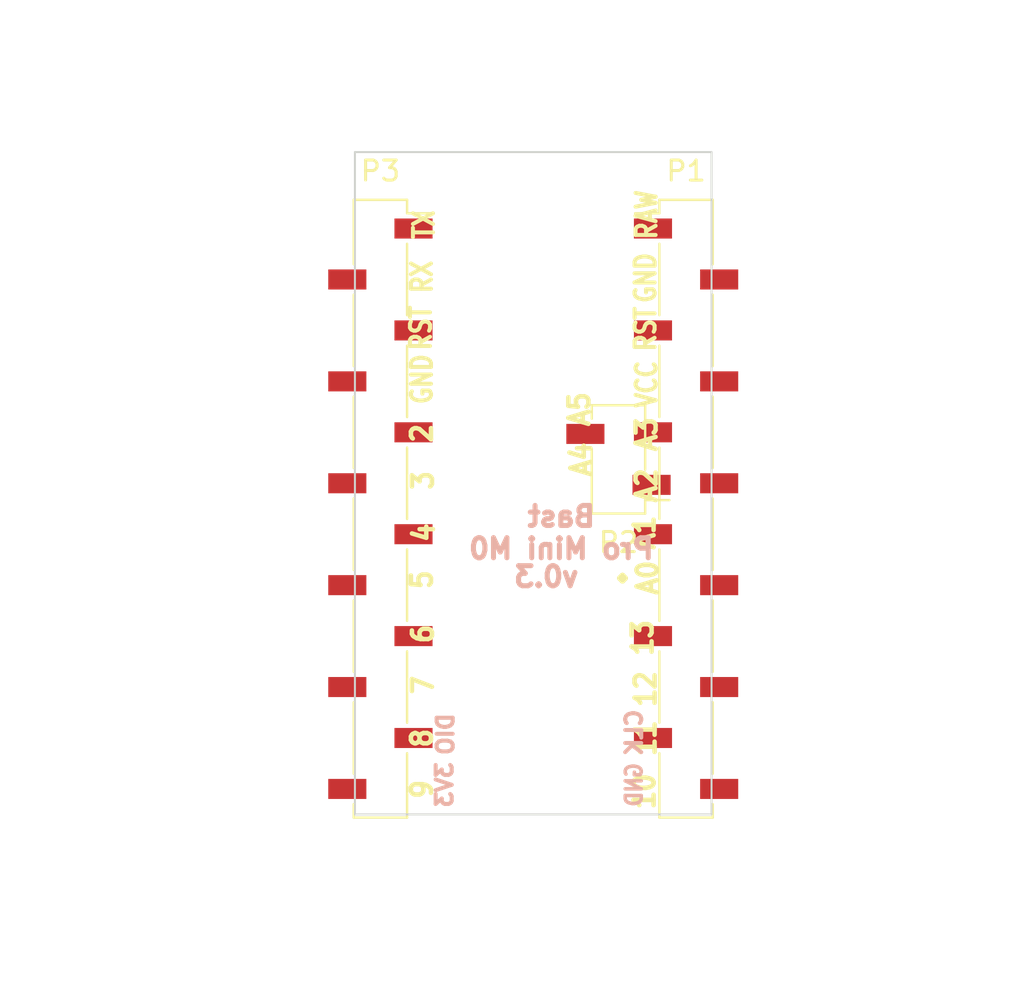
<source format=kicad_pcb>
(kicad_pcb (version 20171130) (host pcbnew 5.1.2-f72e74a~84~ubuntu18.04.1)

  (general
    (thickness 1.6)
    (drawings 48)
    (tracks 0)
    (zones 0)
    (modules 3)
    (nets 25)
  )

  (page A4)
  (title_block
    (title "Bast Pro Mini M0 ")
    (date 2019-03-27)
    (rev 0.3)
    (company "Electronic Cats")
    (comment 1 "Eduardo Contreras")
    (comment 2 "Andres Sabas")
    (comment 3 "Edgar Capuchino")
  )

  (layers
    (0 F.Cu signal)
    (31 B.Cu signal)
    (32 B.Adhes user)
    (33 F.Adhes user)
    (34 B.Paste user)
    (35 F.Paste user)
    (36 B.SilkS user)
    (37 F.SilkS user)
    (38 B.Mask user)
    (39 F.Mask user)
    (40 Dwgs.User user)
    (41 Cmts.User user)
    (42 Eco1.User user)
    (43 Eco2.User user)
    (44 Edge.Cuts user)
    (45 Margin user)
    (46 B.CrtYd user)
    (47 F.CrtYd user)
    (48 B.Fab user)
    (49 F.Fab user)
  )

  (setup
    (last_trace_width 0.3)
    (trace_clearance 0.25)
    (zone_clearance 0.508)
    (zone_45_only no)
    (trace_min 0.3)
    (via_size 0.8)
    (via_drill 0.5)
    (via_min_size 0.4)
    (via_min_drill 0.3)
    (uvia_size 0.3)
    (uvia_drill 0.1)
    (uvias_allowed no)
    (uvia_min_size 0.2)
    (uvia_min_drill 0.1)
    (edge_width 0.1)
    (segment_width 0.15)
    (pcb_text_width 0.3)
    (pcb_text_size 1.5 1.5)
    (mod_edge_width 0.15)
    (mod_text_size 1 1)
    (mod_text_width 0.15)
    (pad_size 1.5 1.5)
    (pad_drill 0.6)
    (pad_to_mask_clearance 0)
    (solder_mask_min_width 0.25)
    (aux_axis_origin 137.16 114.3)
    (visible_elements 7FFFFFFF)
    (pcbplotparams
      (layerselection 0x010ff_ffffffff)
      (usegerberextensions true)
      (usegerberattributes false)
      (usegerberadvancedattributes false)
      (creategerberjobfile false)
      (excludeedgelayer true)
      (linewidth 0.100000)
      (plotframeref false)
      (viasonmask false)
      (mode 1)
      (useauxorigin false)
      (hpglpennumber 1)
      (hpglpenspeed 20)
      (hpglpendiameter 15.000000)
      (psnegative false)
      (psa4output false)
      (plotreference true)
      (plotvalue true)
      (plotinvisibletext false)
      (padsonsilk false)
      (subtractmaskfromsilk false)
      (outputformat 1)
      (mirror false)
      (drillshape 0)
      (scaleselection 1)
      (outputdirectory "gerbers/"))
  )

  (net 0 "")
  (net 1 "/1(Tx)")
  (net 2 "/0(Rx)")
  (net 3 GND)
  (net 4 /2)
  (net 5 "/3(**)")
  (net 6 /4)
  (net 7 "/5(**)")
  (net 8 "/6(**)")
  (net 9 /7)
  (net 10 /8)
  (net 11 "/9(**)")
  (net 12 VCC)
  (net 13 /A3)
  (net 14 /A2)
  (net 15 /A1)
  (net 16 /A0)
  (net 17 "/13(SCK)")
  (net 18 "/12(MISO)")
  (net 19 "/11(**/MOSI)")
  (net 20 "/10(**/SS)")
  (net 21 +3V3)
  (net 22 /SDA)
  (net 23 /SCL)
  (net 24 /RESET)

  (net_class Default "This is the default net class."
    (clearance 0.25)
    (trace_width 0.3)
    (via_dia 0.8)
    (via_drill 0.5)
    (uvia_dia 0.3)
    (uvia_drill 0.1)
    (add_net +3V3)
    (add_net "/0(Rx)")
    (add_net "/1(Tx)")
    (add_net "/10(**/SS)")
    (add_net "/11(**/MOSI)")
    (add_net "/12(MISO)")
    (add_net "/13(SCK)")
    (add_net /2)
    (add_net "/3(**)")
    (add_net /4)
    (add_net "/5(**)")
    (add_net "/6(**)")
    (add_net /7)
    (add_net /8)
    (add_net "/9(**)")
    (add_net /A0)
    (add_net /A1)
    (add_net /A2)
    (add_net /A3)
    (add_net /RESET)
    (add_net /SCL)
    (add_net /SDA)
    (add_net GND)
    (add_net VCC)
  )

  (module Connector_PinSocket_2.54mm:PinSocket_1x12_P2.54mm_Vertical_SMD_Pin1Left (layer F.Cu) (tedit 5A19A424) (tstamp 5D0588A0)
    (at 153.67 99.06)
    (descr "surface-mounted straight socket strip, 1x12, 2.54mm pitch, single row, style 1 (pin 1 left) (https://cdn.harwin.com/pdfs/M20-786.pdf), script generated")
    (tags "Surface mounted socket strip SMD 1x12 2.54mm single row style1 pin1 left")
    (path /56D754D1)
    (attr smd)
    (fp_text reference P1 (at 0 -16.84) (layer F.SilkS)
      (effects (font (size 1 1) (thickness 0.15)))
    )
    (fp_text value Digital (at 0 16.84) (layer F.Fab)
      (effects (font (size 1 1) (thickness 0.15)))
    )
    (fp_line (start -1.33 -15.4) (end 1.33 -15.4) (layer F.SilkS) (width 0.12))
    (fp_line (start 1.33 -15.4) (end 1.33 -12.19) (layer F.SilkS) (width 0.12))
    (fp_line (start 1.33 -10.67) (end 1.33 -7.11) (layer F.SilkS) (width 0.12))
    (fp_line (start 1.33 -5.59) (end 1.33 -2.03) (layer F.SilkS) (width 0.12))
    (fp_line (start 1.33 -0.51) (end 1.33 3.05) (layer F.SilkS) (width 0.12))
    (fp_line (start 1.33 4.57) (end 1.33 8.13) (layer F.SilkS) (width 0.12))
    (fp_line (start 1.33 9.65) (end 1.33 13.21) (layer F.SilkS) (width 0.12))
    (fp_line (start 1.33 14.73) (end 1.33 15.4) (layer F.SilkS) (width 0.12))
    (fp_line (start -1.33 15.4) (end 1.33 15.4) (layer F.SilkS) (width 0.12))
    (fp_line (start -1.33 -15.4) (end -1.33 -14.73) (layer F.SilkS) (width 0.12))
    (fp_line (start -1.33 -13.21) (end -1.33 -9.65) (layer F.SilkS) (width 0.12))
    (fp_line (start -1.33 -8.13) (end -1.33 -4.57) (layer F.SilkS) (width 0.12))
    (fp_line (start -1.33 -3.05) (end -1.33 0.51) (layer F.SilkS) (width 0.12))
    (fp_line (start -1.33 2.03) (end -1.33 5.59) (layer F.SilkS) (width 0.12))
    (fp_line (start -1.33 7.11) (end -1.33 10.67) (layer F.SilkS) (width 0.12))
    (fp_line (start -1.33 12.19) (end -1.33 15.4) (layer F.SilkS) (width 0.12))
    (fp_line (start -2.54 -14.73) (end -1.33 -14.73) (layer F.SilkS) (width 0.12))
    (fp_line (start -0.635 -15.34) (end 1.27 -15.34) (layer F.Fab) (width 0.1))
    (fp_line (start 1.27 -15.34) (end 1.27 15.34) (layer F.Fab) (width 0.1))
    (fp_line (start 1.27 15.34) (end -1.27 15.34) (layer F.Fab) (width 0.1))
    (fp_line (start -1.27 15.34) (end -1.27 -14.705) (layer F.Fab) (width 0.1))
    (fp_line (start -1.27 -14.705) (end -0.635 -15.34) (layer F.Fab) (width 0.1))
    (fp_line (start -2.27 -14.27) (end -1.27 -14.27) (layer F.Fab) (width 0.1))
    (fp_line (start -1.27 -13.67) (end -2.27 -13.67) (layer F.Fab) (width 0.1))
    (fp_line (start -2.27 -13.67) (end -2.27 -14.27) (layer F.Fab) (width 0.1))
    (fp_line (start 1.27 -11.73) (end 2.27 -11.73) (layer F.Fab) (width 0.1))
    (fp_line (start 2.27 -11.73) (end 2.27 -11.13) (layer F.Fab) (width 0.1))
    (fp_line (start 2.27 -11.13) (end 1.27 -11.13) (layer F.Fab) (width 0.1))
    (fp_line (start -2.27 -9.19) (end -1.27 -9.19) (layer F.Fab) (width 0.1))
    (fp_line (start -1.27 -8.59) (end -2.27 -8.59) (layer F.Fab) (width 0.1))
    (fp_line (start -2.27 -8.59) (end -2.27 -9.19) (layer F.Fab) (width 0.1))
    (fp_line (start 1.27 -6.65) (end 2.27 -6.65) (layer F.Fab) (width 0.1))
    (fp_line (start 2.27 -6.65) (end 2.27 -6.05) (layer F.Fab) (width 0.1))
    (fp_line (start 2.27 -6.05) (end 1.27 -6.05) (layer F.Fab) (width 0.1))
    (fp_line (start -2.27 -4.11) (end -1.27 -4.11) (layer F.Fab) (width 0.1))
    (fp_line (start -1.27 -3.51) (end -2.27 -3.51) (layer F.Fab) (width 0.1))
    (fp_line (start -2.27 -3.51) (end -2.27 -4.11) (layer F.Fab) (width 0.1))
    (fp_line (start 1.27 -1.57) (end 2.27 -1.57) (layer F.Fab) (width 0.1))
    (fp_line (start 2.27 -1.57) (end 2.27 -0.97) (layer F.Fab) (width 0.1))
    (fp_line (start 2.27 -0.97) (end 1.27 -0.97) (layer F.Fab) (width 0.1))
    (fp_line (start -2.27 0.97) (end -1.27 0.97) (layer F.Fab) (width 0.1))
    (fp_line (start -1.27 1.57) (end -2.27 1.57) (layer F.Fab) (width 0.1))
    (fp_line (start -2.27 1.57) (end -2.27 0.97) (layer F.Fab) (width 0.1))
    (fp_line (start 1.27 3.51) (end 2.27 3.51) (layer F.Fab) (width 0.1))
    (fp_line (start 2.27 3.51) (end 2.27 4.11) (layer F.Fab) (width 0.1))
    (fp_line (start 2.27 4.11) (end 1.27 4.11) (layer F.Fab) (width 0.1))
    (fp_line (start -2.27 6.05) (end -1.27 6.05) (layer F.Fab) (width 0.1))
    (fp_line (start -1.27 6.65) (end -2.27 6.65) (layer F.Fab) (width 0.1))
    (fp_line (start -2.27 6.65) (end -2.27 6.05) (layer F.Fab) (width 0.1))
    (fp_line (start 1.27 8.59) (end 2.27 8.59) (layer F.Fab) (width 0.1))
    (fp_line (start 2.27 8.59) (end 2.27 9.19) (layer F.Fab) (width 0.1))
    (fp_line (start 2.27 9.19) (end 1.27 9.19) (layer F.Fab) (width 0.1))
    (fp_line (start -2.27 11.13) (end -1.27 11.13) (layer F.Fab) (width 0.1))
    (fp_line (start -1.27 11.73) (end -2.27 11.73) (layer F.Fab) (width 0.1))
    (fp_line (start -2.27 11.73) (end -2.27 11.13) (layer F.Fab) (width 0.1))
    (fp_line (start 1.27 13.67) (end 2.27 13.67) (layer F.Fab) (width 0.1))
    (fp_line (start 2.27 13.67) (end 2.27 14.27) (layer F.Fab) (width 0.1))
    (fp_line (start 2.27 14.27) (end 1.27 14.27) (layer F.Fab) (width 0.1))
    (fp_line (start -3.1 -15.85) (end 3.1 -15.85) (layer F.CrtYd) (width 0.05))
    (fp_line (start 3.1 -15.85) (end 3.1 15.85) (layer F.CrtYd) (width 0.05))
    (fp_line (start 3.1 15.85) (end -3.1 15.85) (layer F.CrtYd) (width 0.05))
    (fp_line (start -3.1 15.85) (end -3.1 -15.85) (layer F.CrtYd) (width 0.05))
    (fp_text user %R (at 0 0 90) (layer F.Fab)
      (effects (font (size 1 1) (thickness 0.15)))
    )
    (pad 1 smd rect (at -1.65 -13.97) (size 1.9 1) (layers F.Cu F.Paste F.Mask)
      (net 1 "/1(Tx)"))
    (pad 3 smd rect (at -1.65 -8.89) (size 1.9 1) (layers F.Cu F.Paste F.Mask)
      (net 24 /RESET))
    (pad 5 smd rect (at -1.65 -3.81) (size 1.9 1) (layers F.Cu F.Paste F.Mask)
      (net 4 /2))
    (pad 7 smd rect (at -1.65 1.27) (size 1.9 1) (layers F.Cu F.Paste F.Mask)
      (net 6 /4))
    (pad 9 smd rect (at -1.65 6.35) (size 1.9 1) (layers F.Cu F.Paste F.Mask)
      (net 8 "/6(**)"))
    (pad 11 smd rect (at -1.65 11.43) (size 1.9 1) (layers F.Cu F.Paste F.Mask)
      (net 10 /8))
    (pad 2 smd rect (at 1.65 -11.43) (size 1.9 1) (layers F.Cu F.Paste F.Mask)
      (net 2 "/0(Rx)"))
    (pad 4 smd rect (at 1.65 -6.35) (size 1.9 1) (layers F.Cu F.Paste F.Mask)
      (net 3 GND))
    (pad 6 smd rect (at 1.65 -1.27) (size 1.9 1) (layers F.Cu F.Paste F.Mask)
      (net 5 "/3(**)"))
    (pad 8 smd rect (at 1.65 3.81) (size 1.9 1) (layers F.Cu F.Paste F.Mask)
      (net 7 "/5(**)"))
    (pad 10 smd rect (at 1.65 8.89) (size 1.9 1) (layers F.Cu F.Paste F.Mask)
      (net 9 /7))
    (pad 12 smd rect (at 1.65 13.97) (size 1.9 1) (layers F.Cu F.Paste F.Mask)
      (net 11 "/9(**)"))
    (model ${KISYS3DMOD}/Connector_PinSocket_2.54mm.3dshapes/PinSocket_1x12_P2.54mm_Vertical_SMD_Pin1Left.wrl
      (at (xyz 0 0 0))
      (scale (xyz 1 1 1))
      (rotate (xyz 0 0 0))
    )
  )

  (module Connector_PinSocket_2.54mm:PinSocket_1x02_P2.54mm_Vertical_SMD_Pin1Left (layer F.Cu) (tedit 5A19A41D) (tstamp 5D0588EE)
    (at 150.3 96.6 180)
    (descr "surface-mounted straight socket strip, 1x02, 2.54mm pitch, single row, style 1 (pin 1 left) (https://cdn.harwin.com/pdfs/M20-786.pdf), script generated")
    (tags "Surface mounted socket strip SMD 1x02 2.54mm single row style1 pin1 left")
    (path /56D74FB3)
    (attr smd)
    (fp_text reference P2 (at 0 -4.14) (layer F.SilkS)
      (effects (font (size 1 1) (thickness 0.15)))
    )
    (fp_text value ADC (at 0 4.14) (layer F.Fab)
      (effects (font (size 1 1) (thickness 0.15)))
    )
    (fp_line (start -1.33 -2.7) (end 1.33 -2.7) (layer F.SilkS) (width 0.12))
    (fp_line (start 1.33 -2.7) (end 1.33 0.51) (layer F.SilkS) (width 0.12))
    (fp_line (start 1.33 2.03) (end 1.33 2.7) (layer F.SilkS) (width 0.12))
    (fp_line (start -1.33 2.7) (end 1.33 2.7) (layer F.SilkS) (width 0.12))
    (fp_line (start -1.33 -2.7) (end -1.33 -2.03) (layer F.SilkS) (width 0.12))
    (fp_line (start -1.33 -0.51) (end -1.33 2.7) (layer F.SilkS) (width 0.12))
    (fp_line (start -2.54 -2.03) (end -1.33 -2.03) (layer F.SilkS) (width 0.12))
    (fp_line (start -0.635 -2.64) (end 1.27 -2.64) (layer F.Fab) (width 0.1))
    (fp_line (start 1.27 -2.64) (end 1.27 2.64) (layer F.Fab) (width 0.1))
    (fp_line (start 1.27 2.64) (end -1.27 2.64) (layer F.Fab) (width 0.1))
    (fp_line (start -1.27 2.64) (end -1.27 -2.005) (layer F.Fab) (width 0.1))
    (fp_line (start -1.27 -2.005) (end -0.635 -2.64) (layer F.Fab) (width 0.1))
    (fp_line (start -2.27 -1.57) (end -1.27 -1.57) (layer F.Fab) (width 0.1))
    (fp_line (start -1.27 -0.97) (end -2.27 -0.97) (layer F.Fab) (width 0.1))
    (fp_line (start -2.27 -0.97) (end -2.27 -1.57) (layer F.Fab) (width 0.1))
    (fp_line (start 1.27 0.97) (end 2.27 0.97) (layer F.Fab) (width 0.1))
    (fp_line (start 2.27 0.97) (end 2.27 1.57) (layer F.Fab) (width 0.1))
    (fp_line (start 2.27 1.57) (end 1.27 1.57) (layer F.Fab) (width 0.1))
    (fp_line (start -3.1 -3.2) (end 3.1 -3.2) (layer F.CrtYd) (width 0.05))
    (fp_line (start 3.1 -3.2) (end 3.1 3.15) (layer F.CrtYd) (width 0.05))
    (fp_line (start 3.1 3.15) (end -3.1 3.15) (layer F.CrtYd) (width 0.05))
    (fp_line (start -3.1 3.15) (end -3.1 -3.2) (layer F.CrtYd) (width 0.05))
    (fp_text user %R (at 0 0 90) (layer F.Fab)
      (effects (font (size 1 1) (thickness 0.15)))
    )
    (pad 1 smd rect (at -1.65 -1.27 180) (size 1.9 1) (layers F.Cu F.Paste F.Mask)
      (net 22 /SDA))
    (pad 2 smd rect (at 1.65 1.27 180) (size 1.9 1) (layers F.Cu F.Paste F.Mask)
      (net 23 /SCL))
    (model ${KISYS3DMOD}/Connector_PinSocket_2.54mm.3dshapes/PinSocket_1x02_P2.54mm_Vertical_SMD_Pin1Left.wrl
      (at (xyz 0 0 0))
      (scale (xyz 1 1 1))
      (rotate (xyz 0 0 0))
    )
  )

  (module Connector_PinSocket_2.54mm:PinSocket_1x12_P2.54mm_Vertical_SMD_Pin1Right (layer F.Cu) (tedit 5A19A431) (tstamp 5D05890A)
    (at 138.43 99.06)
    (descr "surface-mounted straight socket strip, 1x12, 2.54mm pitch, single row, style 2 (pin 1 right) (https://cdn.harwin.com/pdfs/M20-786.pdf), script generated")
    (tags "Surface mounted socket strip SMD 1x12 2.54mm single row style2 pin1 right")
    (path /56D755F3)
    (attr smd)
    (fp_text reference P3 (at 0 -16.84) (layer F.SilkS)
      (effects (font (size 1 1) (thickness 0.15)))
    )
    (fp_text value Analog (at 0 16.84) (layer F.Fab)
      (effects (font (size 1 1) (thickness 0.15)))
    )
    (fp_line (start -1.33 -15.4) (end 1.33 -15.4) (layer F.SilkS) (width 0.12))
    (fp_line (start 1.33 -15.4) (end 1.33 -14.73) (layer F.SilkS) (width 0.12))
    (fp_line (start 1.33 -13.21) (end 1.33 -9.65) (layer F.SilkS) (width 0.12))
    (fp_line (start 1.33 -8.13) (end 1.33 -4.57) (layer F.SilkS) (width 0.12))
    (fp_line (start 1.33 -3.05) (end 1.33 0.51) (layer F.SilkS) (width 0.12))
    (fp_line (start 1.33 2.03) (end 1.33 5.59) (layer F.SilkS) (width 0.12))
    (fp_line (start 1.33 7.11) (end 1.33 10.67) (layer F.SilkS) (width 0.12))
    (fp_line (start 1.33 12.19) (end 1.33 15.4) (layer F.SilkS) (width 0.12))
    (fp_line (start -1.33 15.4) (end 1.33 15.4) (layer F.SilkS) (width 0.12))
    (fp_line (start -1.33 -15.4) (end -1.33 -12.19) (layer F.SilkS) (width 0.12))
    (fp_line (start -1.33 -10.67) (end -1.33 -7.11) (layer F.SilkS) (width 0.12))
    (fp_line (start -1.33 -5.59) (end -1.33 -2.03) (layer F.SilkS) (width 0.12))
    (fp_line (start -1.33 -0.51) (end -1.33 3.05) (layer F.SilkS) (width 0.12))
    (fp_line (start -1.33 4.57) (end -1.33 8.13) (layer F.SilkS) (width 0.12))
    (fp_line (start -1.33 9.65) (end -1.33 13.21) (layer F.SilkS) (width 0.12))
    (fp_line (start -1.33 14.73) (end -1.33 15.4) (layer F.SilkS) (width 0.12))
    (fp_line (start 1.33 -14.73) (end 2.54 -14.73) (layer F.SilkS) (width 0.12))
    (fp_line (start -1.27 -15.34) (end 0.635 -15.34) (layer F.Fab) (width 0.1))
    (fp_line (start 0.635 -15.34) (end 1.27 -14.705) (layer F.Fab) (width 0.1))
    (fp_line (start 1.27 -14.705) (end 1.27 15.34) (layer F.Fab) (width 0.1))
    (fp_line (start 1.27 15.34) (end -1.27 15.34) (layer F.Fab) (width 0.1))
    (fp_line (start -1.27 15.34) (end -1.27 -15.34) (layer F.Fab) (width 0.1))
    (fp_line (start 1.27 -14.27) (end 2.27 -14.27) (layer F.Fab) (width 0.1))
    (fp_line (start 2.27 -14.27) (end 2.27 -13.67) (layer F.Fab) (width 0.1))
    (fp_line (start 2.27 -13.67) (end 1.27 -13.67) (layer F.Fab) (width 0.1))
    (fp_line (start -2.27 -11.73) (end -1.27 -11.73) (layer F.Fab) (width 0.1))
    (fp_line (start -1.27 -11.13) (end -2.27 -11.13) (layer F.Fab) (width 0.1))
    (fp_line (start -2.27 -11.13) (end -2.27 -11.73) (layer F.Fab) (width 0.1))
    (fp_line (start 1.27 -9.19) (end 2.27 -9.19) (layer F.Fab) (width 0.1))
    (fp_line (start 2.27 -9.19) (end 2.27 -8.59) (layer F.Fab) (width 0.1))
    (fp_line (start 2.27 -8.59) (end 1.27 -8.59) (layer F.Fab) (width 0.1))
    (fp_line (start -2.27 -6.65) (end -1.27 -6.65) (layer F.Fab) (width 0.1))
    (fp_line (start -1.27 -6.05) (end -2.27 -6.05) (layer F.Fab) (width 0.1))
    (fp_line (start -2.27 -6.05) (end -2.27 -6.65) (layer F.Fab) (width 0.1))
    (fp_line (start 1.27 -4.11) (end 2.27 -4.11) (layer F.Fab) (width 0.1))
    (fp_line (start 2.27 -4.11) (end 2.27 -3.51) (layer F.Fab) (width 0.1))
    (fp_line (start 2.27 -3.51) (end 1.27 -3.51) (layer F.Fab) (width 0.1))
    (fp_line (start -2.27 -1.57) (end -1.27 -1.57) (layer F.Fab) (width 0.1))
    (fp_line (start -1.27 -0.97) (end -2.27 -0.97) (layer F.Fab) (width 0.1))
    (fp_line (start -2.27 -0.97) (end -2.27 -1.57) (layer F.Fab) (width 0.1))
    (fp_line (start 1.27 0.97) (end 2.27 0.97) (layer F.Fab) (width 0.1))
    (fp_line (start 2.27 0.97) (end 2.27 1.57) (layer F.Fab) (width 0.1))
    (fp_line (start 2.27 1.57) (end 1.27 1.57) (layer F.Fab) (width 0.1))
    (fp_line (start -2.27 3.51) (end -1.27 3.51) (layer F.Fab) (width 0.1))
    (fp_line (start -1.27 4.11) (end -2.27 4.11) (layer F.Fab) (width 0.1))
    (fp_line (start -2.27 4.11) (end -2.27 3.51) (layer F.Fab) (width 0.1))
    (fp_line (start 1.27 6.05) (end 2.27 6.05) (layer F.Fab) (width 0.1))
    (fp_line (start 2.27 6.05) (end 2.27 6.65) (layer F.Fab) (width 0.1))
    (fp_line (start 2.27 6.65) (end 1.27 6.65) (layer F.Fab) (width 0.1))
    (fp_line (start -2.27 8.59) (end -1.27 8.59) (layer F.Fab) (width 0.1))
    (fp_line (start -1.27 9.19) (end -2.27 9.19) (layer F.Fab) (width 0.1))
    (fp_line (start -2.27 9.19) (end -2.27 8.59) (layer F.Fab) (width 0.1))
    (fp_line (start 1.27 11.13) (end 2.27 11.13) (layer F.Fab) (width 0.1))
    (fp_line (start 2.27 11.13) (end 2.27 11.73) (layer F.Fab) (width 0.1))
    (fp_line (start 2.27 11.73) (end 1.27 11.73) (layer F.Fab) (width 0.1))
    (fp_line (start -2.27 13.67) (end -1.27 13.67) (layer F.Fab) (width 0.1))
    (fp_line (start -1.27 14.27) (end -2.27 14.27) (layer F.Fab) (width 0.1))
    (fp_line (start -2.27 14.27) (end -2.27 13.67) (layer F.Fab) (width 0.1))
    (fp_line (start -3.1 -15.85) (end 3.1 -15.85) (layer F.CrtYd) (width 0.05))
    (fp_line (start 3.1 -15.85) (end 3.1 15.85) (layer F.CrtYd) (width 0.05))
    (fp_line (start 3.1 15.85) (end -3.1 15.85) (layer F.CrtYd) (width 0.05))
    (fp_line (start -3.1 15.85) (end -3.1 -15.85) (layer F.CrtYd) (width 0.05))
    (fp_text user %R (at 0 0 90) (layer F.Fab)
      (effects (font (size 1 1) (thickness 0.15)))
    )
    (pad 2 smd rect (at -1.65 -11.43) (size 1.9 1) (layers F.Cu F.Paste F.Mask)
      (net 3 GND))
    (pad 4 smd rect (at -1.65 -6.35) (size 1.9 1) (layers F.Cu F.Paste F.Mask)
      (net 21 +3V3))
    (pad 6 smd rect (at -1.65 -1.27) (size 1.9 1) (layers F.Cu F.Paste F.Mask)
      (net 14 /A2))
    (pad 8 smd rect (at -1.65 3.81) (size 1.9 1) (layers F.Cu F.Paste F.Mask)
      (net 16 /A0))
    (pad 10 smd rect (at -1.65 8.89) (size 1.9 1) (layers F.Cu F.Paste F.Mask)
      (net 18 "/12(MISO)"))
    (pad 12 smd rect (at -1.65 13.97) (size 1.9 1) (layers F.Cu F.Paste F.Mask)
      (net 20 "/10(**/SS)"))
    (pad 1 smd rect (at 1.65 -13.97) (size 1.9 1) (layers F.Cu F.Paste F.Mask)
      (net 12 VCC))
    (pad 3 smd rect (at 1.65 -8.89) (size 1.9 1) (layers F.Cu F.Paste F.Mask)
      (net 24 /RESET))
    (pad 5 smd rect (at 1.65 -3.81) (size 1.9 1) (layers F.Cu F.Paste F.Mask)
      (net 13 /A3))
    (pad 7 smd rect (at 1.65 1.27) (size 1.9 1) (layers F.Cu F.Paste F.Mask)
      (net 15 /A1))
    (pad 9 smd rect (at 1.65 6.35) (size 1.9 1) (layers F.Cu F.Paste F.Mask)
      (net 17 "/13(SCK)"))
    (pad 11 smd rect (at 1.65 11.43) (size 1.9 1) (layers F.Cu F.Paste F.Mask)
      (net 19 "/11(**/MOSI)"))
    (model ${KISYS3DMOD}/Connector_PinSocket_2.54mm.3dshapes/PinSocket_1x12_P2.54mm_Vertical_SMD_Pin1Right.wrl
      (at (xyz 0 0 0))
      (scale (xyz 1 1 1))
      (rotate (xyz 0 0 0))
    )
  )

  (dimension 15.24 (width 0.15) (layer Margin)
    (gr_text "15.240 mm" (at 146.05 120.68) (layer Margin)
      (effects (font (size 1 1) (thickness 0.15)))
    )
    (feature1 (pts (xy 138.43 113.03) (xy 138.43 119.966421)))
    (feature2 (pts (xy 153.67 113.03) (xy 153.67 119.966421)))
    (crossbar (pts (xy 153.67 119.38) (xy 138.43 119.38)))
    (arrow1a (pts (xy 138.43 119.38) (xy 139.556504 118.793579)))
    (arrow1b (pts (xy 138.43 119.38) (xy 139.556504 119.966421)))
    (arrow2a (pts (xy 153.67 119.38) (xy 152.543496 118.793579)))
    (arrow2b (pts (xy 153.67 119.38) (xy 152.543496 119.966421)))
  )
  (gr_text 8 (at 140.5 110.5 90) (layer F.SilkS) (tstamp 5BDA5B62)
    (effects (font (size 1 0.9) (thickness 0.225)))
  )
  (gr_text v0.3 (at 146.7 102.45) (layer B.SilkS)
    (effects (font (size 1 1) (thickness 0.25)) (justify mirror))
  )
  (gr_text . (at 150.5 101.5) (layer F.SilkS)
    (effects (font (size 2.5 2.5) (thickness 0.3)) (justify mirror))
  )
  (gr_text 3V3 (at 141.625 112.825 90) (layer B.SilkS)
    (effects (font (size 0.8 0.8) (thickness 0.2)) (justify mirror))
  )
  (gr_text DIO (at 141.675 110.3 90) (layer B.SilkS)
    (effects (font (size 0.8 0.8) (thickness 0.2)) (justify mirror))
  )
  (gr_text GND (at 151.075 112.825 90) (layer B.SilkS) (tstamp 5BDA6AA9)
    (effects (font (size 0.8 0.7) (thickness 0.175)) (justify mirror))
  )
  (gr_text CLK (at 151.075 110.225 90) (layer B.SilkS)
    (effects (font (size 0.8 0.8) (thickness 0.2)) (justify mirror))
  )
  (gr_text RST (at 140.45 90.05 90) (layer F.SilkS) (tstamp 5BDA5F20)
    (effects (font (size 1 0.8) (thickness 0.2)))
  )
  (gr_text RX (at 140.5 87.5 90) (layer F.SilkS) (tstamp 5BDA5F1E)
    (effects (font (size 1 0.8) (thickness 0.2)))
  )
  (gr_text TX (at 140.6 84.9 90) (layer F.SilkS) (tstamp 5BDA5F1C)
    (effects (font (size 1 0.8) (thickness 0.2)))
  )
  (gr_text GND (at 140.5 92.6 90) (layer F.SilkS) (tstamp 5BDA5F1A)
    (effects (font (size 1 0.8) (thickness 0.2)))
  )
  (gr_text A5 (at 148.35 94.1 90) (layer F.SilkS) (tstamp 5BDA5D77)
    (effects (font (size 1 0.9) (thickness 0.225)))
  )
  (gr_text A4 (at 148.45 96.6 90) (layer F.SilkS) (tstamp 5BDA5BAB)
    (effects (font (size 1 0.9) (thickness 0.225)))
  )
  (gr_text 2 (at 140.5 95.3 90) (layer F.SilkS) (tstamp 5BDA5B6E)
    (effects (font (size 1 0.9) (thickness 0.225)))
  )
  (gr_text 3 (at 140.55 97.65 90) (layer F.SilkS) (tstamp 5BDA5B6C)
    (effects (font (size 1 0.9) (thickness 0.225)))
  )
  (gr_text 4 (at 140.6 100.25 90) (layer F.SilkS) (tstamp 5BDA5B6A)
    (effects (font (size 1 0.9) (thickness 0.225)))
  )
  (gr_text 5 (at 140.5 102.6 90) (layer F.SilkS) (tstamp 5BDA5B68)
    (effects (font (size 1 0.9) (thickness 0.225)))
  )
  (gr_text 6 (at 140.55 105.3 90) (layer F.SilkS) (tstamp 5BDA5B66)
    (effects (font (size 1 0.9) (thickness 0.225)))
  )
  (gr_text 7 (at 140.55 107.85 90) (layer F.SilkS) (tstamp 5BDA5B64)
    (effects (font (size 1 0.9) (thickness 0.225)))
  )
  (gr_text 9 (at 140.5 113.05 90) (layer F.SilkS) (tstamp 5BDA5B60)
    (effects (font (size 1 0.9) (thickness 0.225)))
  )
  (gr_text 10 (at 151.6 113.15 90) (layer F.SilkS) (tstamp 5BDA5AD1)
    (effects (font (size 1 0.9) (thickness 0.225)))
  )
  (gr_text 11 (at 151.65 110.5 90) (layer F.SilkS) (tstamp 5BDA5ACF)
    (effects (font (size 1 0.9) (thickness 0.225)))
  )
  (gr_text 12 (at 151.65 108.05 90) (layer F.SilkS) (tstamp 5BDA5A17)
    (effects (font (size 1 0.9) (thickness 0.225)))
  )
  (gr_text 13 (at 151.5 105.5 90) (layer F.SilkS) (tstamp 5BDA59DD)
    (effects (font (size 1 0.9) (thickness 0.225)))
  )
  (gr_text A0 (at 151.75 102.5 90) (layer F.SilkS) (tstamp 5BDA583E)
    (effects (font (size 1 0.9) (thickness 0.225)))
  )
  (gr_text A1 (at 151.6 100.25 90) (layer F.SilkS) (tstamp 5BDA583C)
    (effects (font (size 1 0.9) (thickness 0.225)))
  )
  (gr_text A2 (at 151.7 97.9 90) (layer F.SilkS) (tstamp 5BDA583A)
    (effects (font (size 1 0.9) (thickness 0.225)))
  )
  (gr_text A3 (at 151.7 95.35 90) (layer F.SilkS) (tstamp 5BDA579E)
    (effects (font (size 1 0.9) (thickness 0.225)))
  )
  (gr_text VCC (at 151.7 92.85 90) (layer F.SilkS) (tstamp 5BDA576B)
    (effects (font (size 1 0.8) (thickness 0.2)))
  )
  (gr_text RST (at 151.65 90.1 90) (layer F.SilkS) (tstamp 5BDA5769)
    (effects (font (size 1 0.8) (thickness 0.2)))
  )
  (gr_text GND (at 151.65 87.55 90) (layer F.SilkS)
    (effects (font (size 1 0.8) (thickness 0.2)))
  )
  (gr_text RAW (at 151.7 84.4 90) (layer F.SilkS)
    (effects (font (size 1 0.8) (thickness 0.2)))
  )
  (dimension 17.800281 (width 0.3) (layer Margin)
    (gr_text "17,800 mm" (at 145.995516 123.948041 -0.3218830154) (layer Margin)
      (effects (font (size 1.5 1.5) (thickness 0.3)))
    )
    (feature1 (pts (xy 137.15 114.2) (xy 137.10402 122.384486)))
    (feature2 (pts (xy 154.95 114.3) (xy 154.90402 122.484486)))
    (crossbar (pts (xy 154.907314 121.898074) (xy 137.107314 121.798074)))
    (arrow1a (pts (xy 137.107314 121.798074) (xy 138.237094 121.217991)))
    (arrow1b (pts (xy 137.107314 121.798074) (xy 138.230506 122.390814)))
    (arrow2a (pts (xy 154.907314 121.898074) (xy 153.784122 121.305334)))
    (arrow2b (pts (xy 154.907314 121.898074) (xy 153.777534 122.478157)))
  )
  (dimension 33.25 (width 0.3) (layer Margin)
    (gr_text "33,250 mm" (at 125 97.825 270) (layer Margin)
      (effects (font (size 1.5 1.5) (thickness 0.3)))
    )
    (feature1 (pts (xy 137.15 114.45) (xy 126.513579 114.45)))
    (feature2 (pts (xy 137.15 81.2) (xy 126.513579 81.2)))
    (crossbar (pts (xy 127.1 81.2) (xy 127.1 114.45)))
    (arrow1a (pts (xy 127.1 114.45) (xy 126.513579 113.323496)))
    (arrow1b (pts (xy 127.1 114.45) (xy 127.686421 113.323496)))
    (arrow2a (pts (xy 127.1 81.2) (xy 126.513579 82.326504)))
    (arrow2b (pts (xy 127.1 81.2) (xy 127.686421 82.326504)))
  )
  (dimension 2 (width 0.3) (layer Margin)
    (gr_text "2,000 mm" (at 162.2 108.1 270) (layer Margin)
      (effects (font (size 1.5 1.5) (thickness 0.3)))
    )
    (feature1 (pts (xy 145.3 109.1) (xy 160.686421 109.1)))
    (feature2 (pts (xy 145.3 107.1) (xy 160.686421 107.1)))
    (crossbar (pts (xy 160.1 107.1) (xy 160.1 109.1)))
    (arrow1a (pts (xy 160.1 109.1) (xy 159.513579 107.973496)))
    (arrow1b (pts (xy 160.1 109.1) (xy 160.686421 107.973496)))
    (arrow2a (pts (xy 160.1 107.1) (xy 159.513579 108.226504)))
    (arrow2b (pts (xy 160.1 107.1) (xy 160.686421 108.226504)))
  )
  (dimension 5 (width 0.3) (layer Margin)
    (gr_text "5,000 mm" (at 168.6 99.7 90) (layer Margin)
      (effects (font (size 1.5 1.5) (thickness 0.3)))
    )
    (feature1 (pts (xy 150.3 97.2) (xy 167.086421 97.2)))
    (feature2 (pts (xy 150.3 102.2) (xy 167.086421 102.2)))
    (crossbar (pts (xy 166.5 102.2) (xy 166.5 97.2)))
    (arrow1a (pts (xy 166.5 97.2) (xy 167.086421 98.326504)))
    (arrow1b (pts (xy 166.5 97.2) (xy 165.913579 98.326504)))
    (arrow2a (pts (xy 166.5 102.2) (xy 167.086421 101.073496)))
    (arrow2b (pts (xy 166.5 102.2) (xy 165.913579 101.073496)))
  )
  (dimension 2.5 (width 0.3) (layer Margin) (tstamp 5C9C711A)
    (gr_text "2,500 mm" (at 151.45 118.5) (layer Margin) (tstamp 5C9C711A)
      (effects (font (size 1.5 1.5) (thickness 0.3)))
    )
    (feature1 (pts (xy 150.2 102.1) (xy 150.2 116.986421)))
    (feature2 (pts (xy 152.7 102.1) (xy 152.7 116.986421)))
    (crossbar (pts (xy 152.7 116.4) (xy 150.2 116.4)))
    (arrow1a (pts (xy 150.2 116.4) (xy 151.326504 115.813579)))
    (arrow1b (pts (xy 150.2 116.4) (xy 151.326504 116.986421)))
    (arrow2a (pts (xy 152.7 116.4) (xy 151.573496 115.813579)))
    (arrow2b (pts (xy 152.7 116.4) (xy 151.573496 116.986421)))
  )
  (dimension 1.9 (width 0.3) (layer Margin)
    (gr_text "1,900 mm" (at 152.05 74.8) (layer Margin)
      (effects (font (size 1.5 1.5) (thickness 0.3)))
    )
    (feature1 (pts (xy 151.1 93.5) (xy 151.1 76.313579)))
    (feature2 (pts (xy 153 93.5) (xy 153 76.313579)))
    (crossbar (pts (xy 153 76.9) (xy 151.1 76.9)))
    (arrow1a (pts (xy 151.1 76.9) (xy 152.226504 76.313579)))
    (arrow1b (pts (xy 151.1 76.9) (xy 152.226504 77.486421)))
    (arrow2a (pts (xy 153 76.9) (xy 151.873496 76.313579)))
    (arrow2b (pts (xy 153 76.9) (xy 151.873496 77.486421)))
  )
  (dimension 16.000312 (width 0.3) (layer Margin)
    (gr_text "16,000 mm" (at 163.457056 89.377544 89.64190604) (layer Margin)
      (effects (font (size 1.5 1.5) (thickness 0.3)))
    )
    (feature1 (pts (xy 151 97.3) (xy 161.893506 97.368084)))
    (feature2 (pts (xy 151.1 81.3) (xy 161.993506 81.368084)))
    (crossbar (pts (xy 161.407097 81.364419) (xy 161.307097 97.364419)))
    (arrow1a (pts (xy 161.307097 97.364419) (xy 160.727728 96.234272)))
    (arrow1b (pts (xy 161.307097 97.364419) (xy 161.900547 96.241602)))
    (arrow2a (pts (xy 161.407097 81.364419) (xy 160.813647 82.487236)))
    (arrow2b (pts (xy 161.407097 81.364419) (xy 161.986466 82.494566)))
  )
  (gr_text "Bast\nPro Mini M0" (at 147.45 100.25) (layer B.SilkS)
    (effects (font (size 1 1) (thickness 0.25)) (justify mirror))
  )
  (gr_text 1 (at 136.525 85.217) (layer Dwgs.User)
    (effects (font (size 1.5 1.5) (thickness 0.3)))
  )
  (gr_line (start 143.51 107.95) (end 148.59 107.95) (angle 90) (layer Dwgs.User) (width 0.15))
  (gr_line (start 139.7 114.3) (end 137.16 114.3) (angle 90) (layer Dwgs.User) (width 0.2))
  (gr_line (start 154.94 114.3) (end 137.16 114.3) (angle 90) (layer Edge.Cuts) (width 0.1))
  (gr_line (start 154.94 81.28) (end 154.94 114.3) (angle 90) (layer Edge.Cuts) (width 0.1))
  (gr_line (start 137.16 81.28) (end 154.94 81.28) (angle 90) (layer Edge.Cuts) (width 0.1))
  (gr_line (start 137.16 114.3) (end 137.16 81.28) (angle 90) (layer Edge.Cuts) (width 0.1))

)

</source>
